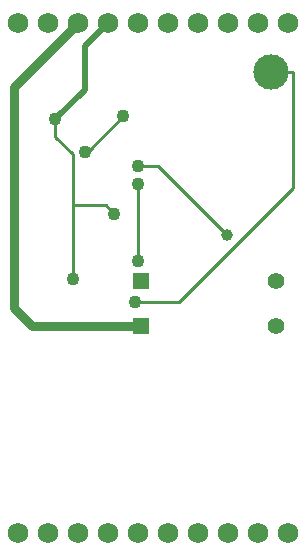
<source format=gbr>
%TF.GenerationSoftware,KiCad,Pcbnew,8.0.8*%
%TF.CreationDate,2025-03-02T23:05:47-05:00*%
%TF.ProjectId,Precharge Module V3.1,50726563-6861-4726-9765-204d6f64756c,rev?*%
%TF.SameCoordinates,Original*%
%TF.FileFunction,Copper,L2,Bot*%
%TF.FilePolarity,Positive*%
%FSLAX46Y46*%
G04 Gerber Fmt 4.6, Leading zero omitted, Abs format (unit mm)*
G04 Created by KiCad (PCBNEW 8.0.8) date 2025-03-02 23:05:47*
%MOMM*%
%LPD*%
G01*
G04 APERTURE LIST*
%TA.AperFunction,ComponentPad*%
%ADD10R,1.397000X1.397000*%
%TD*%
%TA.AperFunction,ComponentPad*%
%ADD11C,1.397000*%
%TD*%
%TA.AperFunction,ComponentPad*%
%ADD12C,3.000000*%
%TD*%
%TA.AperFunction,ComponentPad*%
%ADD13C,1.750000*%
%TD*%
%TA.AperFunction,ViaPad*%
%ADD14C,1.000000*%
%TD*%
%TA.AperFunction,ViaPad*%
%ADD15C,1.100000*%
%TD*%
%TA.AperFunction,Conductor*%
%ADD16C,0.250000*%
%TD*%
%TA.AperFunction,Conductor*%
%ADD17C,0.500000*%
%TD*%
%TA.AperFunction,Conductor*%
%ADD18C,0.750000*%
%TD*%
G04 APERTURE END LIST*
D10*
%TO.P,R6,1*%
%TO.N,Net-(U1-VCC)*%
X61250000Y-51000000D03*
D11*
%TO.P,R6,2*%
%TO.N,Net-(Q1-E)*%
X72680000Y-51000000D03*
%TD*%
D12*
%TO.P,PC COIL -,1,1*%
%TO.N,Net-(D3-A)*%
X72250000Y-29500000D03*
%TD*%
D10*
%TO.P,R8,1*%
%TO.N,Net-(Q1-C)*%
X61250000Y-47250000D03*
D11*
%TO.P,R8,2*%
%TO.N,Net-(U2-G)*%
X72680000Y-47250000D03*
%TD*%
D13*
%TO.P,J2,1,1*%
%TO.N,N/C*%
X50800000Y-68580000D03*
%TO.P,J2,2,2*%
X53340000Y-68580000D03*
%TO.P,J2,3,3*%
X55880000Y-68580000D03*
%TO.P,J2,4,4*%
X58420000Y-68580000D03*
%TO.P,J2,5,5*%
X60960000Y-68580000D03*
%TO.P,J2,6,6*%
X63500000Y-68580000D03*
%TO.P,J2,7,7*%
X66040000Y-68580000D03*
%TO.P,J2,8,8*%
X68580000Y-68580000D03*
%TO.P,J2,9,9*%
X71120000Y-68580000D03*
%TO.P,J2,10,10*%
X73660000Y-68580000D03*
%TD*%
%TO.P,J1,1,1*%
%TO.N,Net-(U2-D)*%
X50800000Y-25400000D03*
%TO.P,J1,2,2*%
%TO.N,Net-(U3-D)*%
X53340000Y-25400000D03*
%TO.P,J1,3,3*%
%TO.N,Net-(U1-VCC)*%
X55880000Y-25400000D03*
%TO.P,J1,4,4*%
%TO.N,Net-(Q1-C)*%
X58420000Y-25400000D03*
%TO.P,J1,5,5*%
%TO.N,Net-(D3-A)*%
X60960000Y-25400000D03*
%TO.P,J1,6,6*%
%TO.N,unconnected-(J1-Pad6)*%
X63500000Y-25400000D03*
%TO.P,J1,7,7*%
%TO.N,unconnected-(J1-Pad7)*%
X66040000Y-25400000D03*
%TO.P,J1,8,8*%
%TO.N,unconnected-(J1-Pad8)*%
X68580000Y-25400000D03*
%TO.P,J1,9,9*%
%TO.N,unconnected-(J1-Pad9)*%
X71120000Y-25400000D03*
%TO.P,J1,10,10*%
%TO.N,unconnected-(J1-Pad10)*%
X73660000Y-25400000D03*
%TD*%
D14*
%TO.N,Net-(U2-G)*%
X68500000Y-43300000D03*
D15*
%TO.N,Net-(Q1-C)*%
X55500000Y-47000000D03*
X54000000Y-33500000D03*
X59000000Y-41500000D03*
%TO.N,Net-(U1-CV)*%
X61000000Y-39000000D03*
X61000000Y-45500000D03*
%TO.N,Net-(D3-A)*%
X60750000Y-49000000D03*
%TO.N,Net-(U1-THR)*%
X56500000Y-36250000D03*
X59750000Y-33250000D03*
%TO.N,Net-(U2-G)*%
X61000000Y-37500000D03*
%TD*%
D16*
%TO.N,Net-(U2-G)*%
X62700000Y-37500000D02*
X68500000Y-43300000D01*
X61000000Y-37500000D02*
X62700000Y-37500000D01*
%TO.N,Net-(Q1-C)*%
X54000000Y-33500000D02*
X54000000Y-35000000D01*
D17*
X54000000Y-33500000D02*
X56500000Y-31000000D01*
D16*
X55500000Y-47000000D02*
X55500000Y-40750000D01*
D17*
X56500000Y-27320000D02*
X58420000Y-25400000D01*
X56500000Y-31000000D02*
X56500000Y-27320000D01*
D16*
X54000000Y-35000000D02*
X55500000Y-36500000D01*
X59000000Y-41500000D02*
X58250000Y-40750000D01*
X55500000Y-36500000D02*
X55500000Y-40750000D01*
X58250000Y-40750000D02*
X55500000Y-40750000D01*
%TO.N,Net-(U1-CV)*%
X61000000Y-39000000D02*
X61000000Y-45500000D01*
%TO.N,Net-(D3-A)*%
X64447000Y-49000000D02*
X74138000Y-39309000D01*
X74138000Y-39309000D02*
X74138000Y-29500000D01*
X74138000Y-29500000D02*
X72250000Y-29500000D01*
X60750000Y-49000000D02*
X64447000Y-49000000D01*
%TO.N,Net-(U1-THR)*%
X59750000Y-33250000D02*
X56750000Y-36250000D01*
X56750000Y-36250000D02*
X56500000Y-36250000D01*
D18*
%TO.N,Net-(U1-VCC)*%
X50500000Y-49500000D02*
X50500000Y-30780000D01*
X52000000Y-51000000D02*
X50500000Y-49500000D01*
X52000000Y-51000000D02*
X61250000Y-51000000D01*
X55880000Y-25400000D02*
X50500000Y-30780000D01*
%TD*%
M02*

</source>
